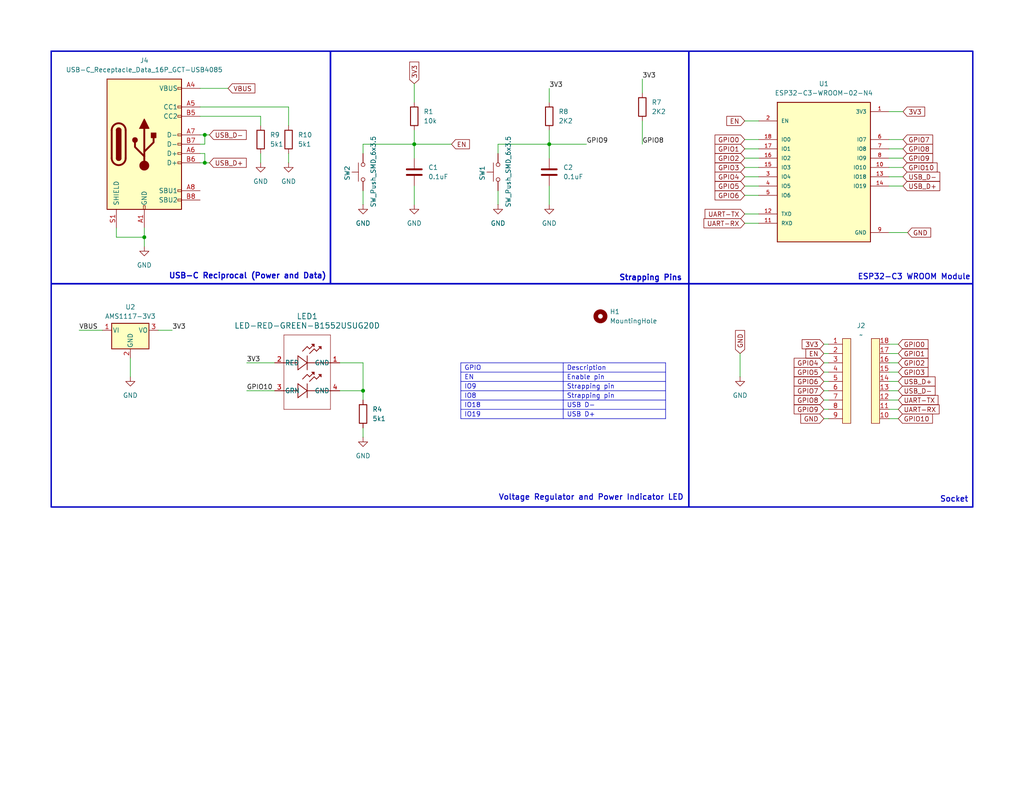
<source format=kicad_sch>
(kicad_sch (version 20250114) (generator "eeschema") (generator_version "9.0")
  (paper "USLetter")
  (title_block (title "ESP32-C3 ZEN DevBoard") (date "2025-06-09") (rev "5.0") (company "Alexander Bobkov"))
  (lib_symbols
    (symbol "Alexander Symbol Library:ESP32-C3-WROOM-02-N4" (pin_names (offset 1.016))
      (property "Reference" "U" (at -12.7 21.082 0))
      (property "Value" "ESP32-C3-WROOM-02-N4" (at -13.208 -19.05 0))
      (symbol "ESP32-C3-WROOM-02-N4_0_0"
        (rectangle (start -12.7 20.32) (end 12.7 -17.78) (stroke (width 0.254)) (fill (type background)))
        (pin input line (at -17.78 15.24 0) (length 5.08) (name "EN") (number "2"))
        (pin bidirectional line (at -17.78 10.16 0) (length 5.08) (name "IO0") (number "18"))
        (pin bidirectional line (at -17.78 7.62 0) (length 5.08) (name "IO1") (number "17"))
        (pin bidirectional line (at -17.78 5.08 0) (length 5.08) (name "IO2") (number "16"))
        (pin bidirectional line (at -17.78 2.54 0) (length 5.08) (name "IO3") (number "15"))
        (pin bidirectional line (at -17.78 0 0) (length 5.08) (name "IO4") (number "3"))
        (pin bidirectional line (at -17.78 -2.54 0) (length 5.08) (name "IO5") (number "4"))
        (pin bidirectional line (at -17.78 -5.08 0) (length 5.08) (name "IO6") (number "5"))
        (pin bidirectional line (at -17.78 -10.16 0) (length 5.08) (name "TXD") (number "12"))
        (pin bidirectional line (at -17.78 -12.7 0) (length 5.08) (name "RXD") (number "11"))
        (pin power_in line (at 17.78 17.78 180) (length 5.08) (name "3V3") (number "1"))
        (pin bidirectional line (at 17.78 10.16 180) (length 5.08) (name "IO7") (number "6"))
        (pin bidirectional line (at 17.78 7.62 180) (length 5.08) (name "IO8") (number "7"))
        (pin bidirectional line (at 17.78 5.08 180) (length 5.08) (name "IO9") (number "8"))
        (pin bidirectional line (at 17.78 2.54 180) (length 5.08) (name "IO10") (number "10"))
        (pin bidirectional line (at 17.78 0 180) (length 5.08) (name "IO18") (number "13"))
        (pin bidirectional line (at 17.78 -2.54 180) (length 5.08) (name "IO19") (number "14"))
        (pin power_in line (at 17.78 -15.24 180) (length 5.08) (hide yes) (name "GND__1") (number "19"))
        (pin power_in line (at 17.78 -15.24 180) (length 5.08) (hide yes) (name "GND__2") (number "20"))
        (pin power_in line (at 17.78 -15.24 180) (length 5.08) (hide yes) (name "GND__3") (number "21"))
        (pin power_in line (at 17.78 -15.24 180) (length 5.08) (hide yes) (name "GND__4") (number "22"))
        (pin power_in line (at 17.78 -15.24 180) (length 5.08) (hide yes) (name "GND__5") (number "23"))
        (pin power_in line (at 17.78 -15.24 180) (length 5.08) (hide yes) (name "GND__6") (number "24"))
        (pin power_in line (at 17.78 -15.24 180) (length 5.08) (hide yes) (name "GND__7") (number "25"))
        (pin power_in line (at 17.78 -15.24 180) (length 5.08) (hide yes) (name "GND__8") (number "26"))
        (pin power_in line (at 17.78 -15.24 180) (length 5.08) (hide yes) (name "GND__9") (number "27"))
        (pin power_in line (at 17.78 -15.24 180) (length 5.08) (hide yes) (name "GND__10") (number "28"))
        (pin power_in line (at 17.78 -15.24 180) (length 5.08) (hide yes) (name "GND__11") (number "29"))
        (pin power_in line (at 17.78 -15.24 180) (length 5.08) (hide yes) (name "GND__12") (number "30"))
        (pin power_in line (at 17.78 -15.24 180) (length 5.08) (hide yes) (name "GND__13") (number "31"))
        (pin power_in line (at 17.78 -15.24 180) (length 5.08) (hide yes) (name "GND__14") (number "32"))
        (pin power_in line (at 17.78 -15.24 180) (length 5.08) (hide yes) (name "GND__15") (number "33"))
        (pin power_in line (at 17.78 -15.24 180) (length 5.08) (hide yes) (name "GND__16") (number "34"))
        (pin power_in line (at 17.78 -15.24 180) (length 5.08) (hide yes) (name "GND__17") (number "35"))
        (pin power_in line (at 17.78 -15.24 180) (length 5.08) (hide yes) (name "GND__18") (number "36"))
        (pin power_in line (at 17.78 -15.24 180) (length 5.08) (hide yes) (name "GND__19") (number "37"))
        (pin power_in line (at 17.78 -15.24 180) (length 5.08) (hide yes) (name "GND__20") (number "38"))
        (pin power_in line (at 17.78 -15.24 180) (length 5.08) (hide yes) (name "GND__21") (number "39"))
        (pin power_in line (at 17.78 -15.24 180) (length 5.08) (name "GND") (number "9"))
      )
    )
    (symbol "Alexander Symbol Library:USB-C_Receptacle_Data_16P_GCT-USB4085" (pin_names (offset 1.016))
      (property "Reference" "J" (at 0 22.225 0))
      (property "Value" "USB-C_Receptacle_Data_16P_GCT-USB4085" (at 0 19.685 0))
      (symbol "USB-C_Receptacle_Data_16P_GCT-USB4085_0_0"
        (rectangle (start -0.254 -17.78) (end 0.254 -16.764))
        (rectangle (start 10.16 15.494) (end 9.144 14.986))
        (rectangle (start 10.16 10.414) (end 9.144 9.906))
        (rectangle (start 10.16 7.874) (end 9.144 7.366))
        (rectangle (start 10.16 2.794) (end 9.144 2.286))
        (rectangle (start 10.16 0.254) (end 9.144 -0.254))
        (rectangle (start 10.16 -2.286) (end 9.144 -2.794))
        (rectangle (start 10.16 -4.826) (end 9.144 -5.334))
        (rectangle (start 10.16 -12.446) (end 9.144 -12.954))
        (rectangle (start 10.16 -14.986) (end 9.144 -15.494))
      )
      (symbol "USB-C_Receptacle_Data_16P_GCT-USB4085_0_1"
        (rectangle (start -10.16 17.78) (end 10.16 -17.78) (stroke (width 0.254)) (fill (type background)))
        (polyline (pts (xy -8.89 -3.81) (xy -8.89 3.81)) (stroke (width 0.508)))
        (rectangle (start -7.62 -3.81) (end -6.35 3.81) (stroke (width 0.254)) (fill (type outline)))
        (arc (start -7.62 3.81) (mid -6.985 4.4423) (end -6.35 3.81) (stroke (width 0.254)))
        (arc (start -7.62 3.81) (mid -6.985 4.4423) (end -6.35 3.81) (stroke (width 0.254)) (fill (type outline)))
        (arc (start -8.89 3.81) (mid -6.985 5.7067) (end -5.08 3.81) (stroke (width 0.508)))
        (arc (start -5.08 -3.81) (mid -6.985 -5.7067) (end -8.89 -3.81) (stroke (width 0.508)))
        (arc (start -6.35 -3.81) (mid -6.985 -4.4423) (end -7.62 -3.81) (stroke (width 0.254)))
        (arc (start -6.35 -3.81) (mid -6.985 -4.4423) (end -7.62 -3.81) (stroke (width 0.254)) (fill (type outline)))
        (polyline (pts (xy -5.08 3.81) (xy -5.08 -3.81)) (stroke (width 0.508)))
        (circle (center -2.54 1.143) (radius 0.635) (stroke (width 0.254)) (fill (type outline)))
        (polyline (pts (xy -1.27 4.318) (xy 0 6.858) (xy 1.27 4.318) (xy -1.27 4.318)) (stroke (width 0.254)) (fill (type outline)))
        (polyline (pts (xy 0 -2.032) (xy 2.54 0.508) (xy 2.54 1.778)) (stroke (width 0.508)))
        (polyline (pts (xy 0 -3.302) (xy -2.54 -0.762) (xy -2.54 0.508)) (stroke (width 0.508)))
        (polyline (pts (xy 0 -5.842) (xy 0 4.318)) (stroke (width 0.508)))
        (circle (center 0 -5.842) (radius 1.27) (fill (type outline)))
        (rectangle (start 1.905 1.778) (end 3.175 3.048) (stroke (width 0.254)) (fill (type outline)))
      )
      (symbol "USB-C_Receptacle_Data_16P_GCT-USB4085_1_1"
        (pin power_in line (at -7.62 -22.86 90) (length 5.08) (name "SHIELD") (number "S1"))
        (pin power_in line (at -7.62 -22.86 90) (length 5.08) (hide yes) (name "SHIELD") (number "S2"))
        (pin power_in line (at -7.62 -22.86 90) (length 5.08) (hide yes) (name "SHIELD") (number "S3"))
        (pin power_in line (at -7.62 -22.86 90) (length 5.08) (hide yes) (name "SHIELD") (number "S4"))
        (pin power_in line (at 0 -22.86 90) (length 5.08) (name "GND") (number "A1"))
        (pin power_in line (at 0 -22.86 90) (length 5.08) (hide yes) (name "GND") (number "A12"))
        (pin power_in line (at 0 -22.86 90) (length 5.08) (hide yes) (name "GND") (number "B1"))
        (pin power_in line (at 0 -22.86 90) (length 5.08) (hide yes) (name "GND") (number "B12"))
        (pin power_out line (at 15.24 15.24 180) (length 5.08) (name "VBUS") (number "A4"))
        (pin power_out line (at 15.24 15.24 180) (length 5.08) (hide yes) (name "VBUS") (number "A9"))
        (pin power_out line (at 15.24 15.24 180) (length 5.08) (hide yes) (name "VBUS") (number "B4"))
        (pin passive line (at 15.24 15.24 180) (length 5.08) (hide yes) (name "VBUS") (number "B9"))
        (pin bidirectional line (at 15.24 10.16 180) (length 5.08) (name "CC1") (number "A5"))
        (pin bidirectional line (at 15.24 7.62 180) (length 5.08) (name "CC2") (number "B5"))
        (pin bidirectional line (at 15.24 2.54 180) (length 5.08) (name "D-") (number "A7"))
        (pin bidirectional line (at 15.24 0 180) (length 5.08) (name "D-") (number "B7"))
        (pin bidirectional line (at 15.24 -2.54 180) (length 5.08) (name "D+") (number "A6"))
        (pin bidirectional line (at 15.24 -5.08 180) (length 5.08) (name "D+") (number "B6"))
        (pin bidirectional line (at 15.24 -12.7 180) (length 5.08) (name "SBU1") (number "A8"))
        (pin bidirectional line (at 15.24 -15.24 180) (length 5.08) (name "SBU2") (number "B8"))
      )
    )
    (symbol "Alexander_Library_Symbols:Conn_ESP32-C3-02x09"
      (property "Reference" "J" (at 0 0 0))
      (symbol "Conn_ESP32-C3-02x09_0_1"
        (rectangle (start -5.08 -2.286) (end -2.794 -25.4) (fill (type background)))
        (rectangle (start 2.794 -2.286) (end 5.08 -25.4) (fill (type background)))
      )
      (symbol "Conn_ESP32-C3-02x09_1_0"
        (pin bidirectional line (at 7.62 -3.81 180) (length 2.54) (name "") (number "18"))
        (pin bidirectional line (at 7.62 -6.35 180) (length 2.54) (name "") (number "17"))
        (pin bidirectional line (at 7.62 -8.89 180) (length 2.54) (name "") (number "16"))
        (pin bidirectional line (at 7.62 -11.43 180) (length 2.54) (name "") (number "15"))
        (pin bidirectional line (at 7.62 -13.97 180) (length 2.54) (name "") (number "14"))
        (pin bidirectional line (at 7.62 -16.51 180) (length 2.54) (name "") (number "13"))
        (pin bidirectional line (at 7.62 -19.05 180) (length 2.54) (name "") (number "12"))
        (pin bidirectional line (at 7.62 -21.59 180) (length 2.54) (name "") (number "11"))
        (pin bidirectional line (at 7.62 -24.13 180) (length 2.54) (name "") (number "10"))
      )
      (symbol "Conn_ESP32-C3-02x09_1_1"
        (pin bidirectional line (at -8.89 -3.81 0) (length 3.81) (name "") (number "1"))
        (pin bidirectional line (at -8.89 -6.35 0) (length 3.81) (name "") (number "2"))
        (pin bidirectional line (at -8.89 -8.89 0) (length 3.81) (name "") (number "3"))
        (pin bidirectional line (at -8.89 -11.43 0) (length 3.81) (name "") (number "4"))
        (pin bidirectional line (at -8.89 -13.97 0) (length 3.81) (name "") (number "5"))
        (pin bidirectional line (at -8.89 -16.51 0) (length 3.81) (name "") (number "6"))
        (pin bidirectional line (at -8.89 -19.05 0) (length 3.81) (name "") (number "7"))
        (pin bidirectional line (at -8.89 -21.59 0) (length 3.81) (name "") (number "8"))
        (pin bidirectional line (at -8.89 -24.13 0) (length 3.81) (name "") (number "9"))
      )
    )
    (symbol "Alexander_Library_Symbols:LED-RED-GREEN-B1552USUG20D" (pin_names (offset 0.254))
      (property "Reference" "LED" (at 8.89 20.955 0))
      (property "Value" "LED-RED-GREEN-B1552USUG20D" (at 8.89 17.78 0))
      (symbol "LED-RED-GREEN-B1552USUG20D_0_1"
        (polyline (pts (xy 2.54 7.62) (xy 2.54 -12.7)) (stroke (width 0.127)))
        (polyline (pts (xy 2.54 0) (xy 6.0198 0)) (stroke (width 0.2032)))
        (polyline (pts (xy 2.54 -7.62) (xy 6.0198 -7.62)) (stroke (width 0.2032)))
        (polyline (pts (xy 2.54 -12.7) (xy 15.24 -12.7)) (stroke (width 0.127)))
        (polyline (pts (xy 5.715 0) (xy 6.35 0)) (stroke (width 0.2032)))
        (polyline (pts (xy 5.715 -7.62) (xy 6.35 -7.62)) (stroke (width 0.2032)))
        (polyline (pts (xy 6.35 1.905) (xy 6.35 -1.905)) (stroke (width 0.2032)))
        (polyline (pts (xy 6.35 -1.905) (xy 8.89 0)) (stroke (width 0.2032)))
        (polyline (pts (xy 6.35 -5.715) (xy 6.35 -9.525)) (stroke (width 0.2032)))
        (polyline (pts (xy 6.35 -9.525) (xy 8.89 -7.62)) (stroke (width 0.2032)))
        (polyline (pts (xy 7.62 3.175) (xy 8.89 4.445)) (stroke (width 0.2032)))
        (polyline (pts (xy 7.62 -4.445) (xy 8.89 -3.175)) (stroke (width 0.2032)))
        (polyline (pts (xy 8.89 4.445) (xy 9.525 3.81)) (stroke (width 0.2032)))
        (polyline (pts (xy 8.89 0) (xy 6.35 1.905)) (stroke (width 0.2032)))
        (polyline (pts (xy 8.89 0) (xy 15.24 0)) (stroke (width 0.2032)))
        (polyline (pts (xy 8.89 -1.905) (xy 8.89 1.905)) (stroke (width 0.2032)))
        (polyline (pts (xy 8.89 -3.175) (xy 9.525 -3.81)) (stroke (width 0.2032)))
        (polyline (pts (xy 8.89 -7.62) (xy 6.35 -5.715)) (stroke (width 0.2032)))
        (polyline (pts (xy 8.89 -7.62) (xy 15.24 -7.62)) (stroke (width 0.2032)))
        (polyline (pts (xy 8.89 -9.525) (xy 8.89 -5.715)) (stroke (width 0.2032)))
        (polyline (pts (xy 9.525 3.81) (xy 10.795 5.08)) (stroke (width 0.2032)))
        (polyline (pts (xy 9.525 2.54) (xy 10.795 3.81)) (stroke (width 0.2032)))
        (polyline (pts (xy 9.525 -3.81) (xy 10.795 -2.54)) (stroke (width 0.2032)))
        (polyline (pts (xy 9.525 -5.08) (xy 10.795 -3.81)) (stroke (width 0.2032)))
        (polyline (pts (xy 10.16 5.08) (xy 10.795 4.445)) (stroke (width 0.2032)))
        (polyline (pts (xy 10.16 -2.54) (xy 10.795 -3.175)) (stroke (width 0.2032)))
        (polyline (pts (xy 10.795 5.08) (xy 10.16 5.08)) (stroke (width 0.2032)))
        (polyline (pts (xy 10.795 4.445) (xy 10.795 5.08)) (stroke (width 0.2032)))
        (polyline (pts (xy 10.795 3.81) (xy 11.43 3.175)) (stroke (width 0.2032)))
        (polyline (pts (xy 10.795 -2.54) (xy 10.16 -2.54)) (stroke (width 0.2032)))
        (polyline (pts (xy 10.795 -3.175) (xy 10.795 -2.54)) (stroke (width 0.2032)))
        (polyline (pts (xy 10.795 -3.81) (xy 11.43 -4.445)) (stroke (width 0.2032)))
        (polyline (pts (xy 11.43 3.175) (xy 12.7 4.445)) (stroke (width 0.2032)))
        (polyline (pts (xy 11.43 -4.445) (xy 12.7 -3.175)) (stroke (width 0.2032)))
        (polyline (pts (xy 12.065 4.445) (xy 12.7 3.81)) (stroke (width 0.2032)))
        (polyline (pts (xy 12.065 -3.175) (xy 12.7 -3.81)) (stroke (width 0.2032)))
        (polyline (pts (xy 12.7 4.445) (xy 12.065 4.445)) (stroke (width 0.2032)))
        (polyline (pts (xy 12.7 3.81) (xy 12.7 4.445)) (stroke (width 0.2032)))
        (polyline (pts (xy 12.7 -3.175) (xy 12.065 -3.175)) (stroke (width 0.2032)))
        (polyline (pts (xy 12.7 -3.81) (xy 12.7 -3.175)) (stroke (width 0.2032)))
        (polyline (pts (xy 15.24 7.62) (xy 2.54 7.62)) (stroke (width 0.127)))
        (polyline (pts (xy 15.24 -12.7) (xy 15.24 7.62)) (stroke (width 0.127)))
        (pin power_out line (at 0 0 0) (length 2.54) (name "RED") (number "2"))
        (pin power_in line (at 0 -7.62 0) (length 2.54) (name "GRN") (number "3"))
        (pin power_in line (at 17.78 0 180) (length 2.54) (name "GND") (number "1"))
        (pin power_out line (at 17.78 -7.62 180) (length 2.54) (name "GND") (number "4"))
      )
    )
    (symbol "Alexander_Library_Symbols:SW_Push_SMD_6x3.5" (pin_numbers (hide yes)) (pin_names (offset 1.016) (hide yes))
      (property "Reference" "SW" (at 1.27 2.54 0))
      (property "Value" "SW_Push_SMD_6x3.5" (at 0 -1.524 0))
      (symbol "SW_Push_SMD_6x3.5_0_1"
        (circle (center -2.032 0) (radius 0.508))
        (polyline (pts (xy 0 1.27) (xy 0 3.048)))
        (circle (center 2.032 0) (radius 0.508))
        (polyline (pts (xy 2.54 1.27) (xy -2.54 1.27)))
        (pin passive line (at -5.08 0 0) (length 2.54) (name "1") (number "1"))
        (pin passive line (at 5.08 0 180) (length 2.54) (name "2") (number "2"))
      )
    )
    (symbol "Device:C" (pin_numbers (hide yes)) (pin_names (offset 0.254))
      (property "Reference" "C" (at 0.635 2.54 0))
      (property "Value" "C" (at 0.635 -2.54 0))
      (symbol "C_0_1"
        (polyline (pts (xy -2.032 0.762) (xy 2.032 0.762)) (stroke (width 0.508)))
        (polyline (pts (xy -2.032 -0.762) (xy 2.032 -0.762)) (stroke (width 0.508)))
      )
      (symbol "C_1_1"
        (pin passive line (at 0 3.81 270) (length 2.794) (name "~") (number "1"))
        (pin passive line (at 0 -3.81 90) (length 2.794) (name "~") (number "2"))
      )
    )
    (symbol "Device:R" (pin_numbers (hide yes)) (pin_names (offset 0))
      (property "Reference" "R" (at 2.032 0 90))
      (property "Value" "R" (at 0 0 90))
      (symbol "R_0_1"
        (rectangle (start -1.016 -2.54) (end 1.016 2.54) (stroke (width 0.254)))
      )
      (symbol "R_1_1"
        (pin passive line (at 0 3.81 270) (length 1.27) (name "~") (number "1"))
        (pin passive line (at 0 -3.81 90) (length 1.27) (name "~") (number "2"))
      )
    )
    (symbol "Mechanical:MountingHole" (pin_names (offset 1.016))
      (property "Reference" "H" (at 0 5.08 0))
      (property "Value" "MountingHole" (at 0 3.175 0))
      (symbol "MountingHole_0_1"
        (circle (center 0 0) (radius 1.27) (stroke (width 1.27)))
      )
    )
    (symbol "Regulator_Linear:LM78M05_TO220" (pin_names (offset 0.254))
      (property "Reference" "U" (at -3.81 3.175 0))
      (property "Value" "LM78M05_TO220" (at 0 3.175 0))
      (symbol "LM78M05_TO220_0_1"
        (rectangle (start -5.08 1.905) (end 5.08 -5.08) (stroke (width 0.254)) (fill (type background)))
      )
      (symbol "LM78M05_TO220_1_1"
        (pin power_in line (at -7.62 0 0) (length 2.54) (name "VI") (number "1"))
        (pin power_in line (at 0 -7.62 90) (length 2.54) (name "GND") (number "2"))
        (pin power_out line (at 7.62 0 180) (length 2.54) (name "VO") (number "3"))
      )
    )
    (symbol "power:GND" (power) (pin_numbers (hide yes)) (pin_names (offset 0) (hide yes))
      (property "Value" "GND" (at 0 -3.81 0))
      (symbol "GND_0_1"
        (polyline (pts (xy 0 0) (xy 0 -1.27) (xy 1.27 -1.27) (xy 0 -2.54) (xy -1.27 -1.27) (xy 0 -1.27)))
      )
      (symbol "GND_1_1"
        (pin power_in line (at 0 0 270) (length 0) (name "~") (number "1"))
      )
    )
  )
  (rectangle (start 13.97 13.97) (end 90.17 77.47) (stroke (width 0.381)))
  (rectangle (start 187.96 13.97) (end 265.43 77.47) (stroke (width 0.381)))
  (rectangle (start 187.96 77.47) (end 265.43 138.43) (stroke (width 0.381)))
  (rectangle (start 13.97 77.47) (end 187.96 138.43) (stroke (width 0.381)))
  (rectangle (start 90.17 13.97) (end 187.96 77.47) (stroke (width 0.381)))
  (text "ESP32-C3 WROOM Module" (at 249.428 75.692 0) (effects (font (size 1.524 1.524) (thickness 0.254) (bold yes))))
  (text "Strapping Pins" (at 186.182 75.946 0) (effects (font (size 1.524 1.524) (thickness 0.3048) (bold yes)) (justify right)))
  (text "Voltage Regulator and Power Indicator LED" (at 161.29 135.89 0) (effects (font (size 1.524 1.524) (thickness 0.254) (bold yes))))
  (text "Socket" (at 260.35 136.398 0) (effects (font (size 1.524 1.524) (thickness 0.254) (bold yes))))
  (text "USB-C Reciprocal (Power and Data)" (at 67.564 75.438 0) (effects (font (size 1.524 1.524) (thickness 0.3048) (bold yes))))
  (junction (at 99.06 106.68))
  (junction (at 55.88 36.83))
  (junction (at 39.37 64.77))
  (junction (at 149.86 39.37))
  (junction (at 113.03 39.37))
  (junction (at 55.88 44.45))
  (wire (pts (xy 54.61 31.75) (xy 71.12 31.75)))
  (wire (pts (xy 242.57 111.76) (xy 245.11 111.76)))
  (wire (pts (xy 224.79 93.98) (xy 226.06 93.98)))
  (wire (pts (xy 224.79 104.14) (xy 226.06 104.14)))
  (wire (pts (xy 35.56 97.79) (xy 35.56 102.87)))
  (wire (pts (xy 92.71 99.06) (xy 99.06 99.06)))
  (wire (pts (xy 99.06 41.91) (xy 99.06 39.37)))
  (wire (pts (xy 149.86 24.13) (xy 149.86 27.94)))
  (wire (pts (xy 135.89 52.07) (xy 135.89 55.88)))
  (wire (pts (xy 242.57 104.14) (xy 245.11 104.14)))
  (wire (pts (xy 31.75 62.23) (xy 31.75 64.77)))
  (wire (pts (xy 224.79 96.52) (xy 226.06 96.52)))
  (wire (pts (xy 54.61 41.91) (xy 55.88 41.91)))
  (wire (pts (xy 242.57 45.72) (xy 246.38 45.72)))
  (wire (pts (xy 203.2 48.26) (xy 207.01 48.26)))
  (wire (pts (xy 242.57 93.98) (xy 245.11 93.98)))
  (wire (pts (xy 203.2 40.64) (xy 207.01 40.64)))
  (wire (pts (xy 99.06 99.06) (xy 99.06 106.68)))
  (wire (pts (xy 203.2 53.34) (xy 207.01 53.34)))
  (wire (pts (xy 201.93 96.52) (xy 201.93 102.87)))
  (wire (pts (xy 55.88 44.45) (xy 57.15 44.45)))
  (wire (pts (xy 99.06 116.84) (xy 99.06 119.38)))
  (wire (pts (xy 242.57 99.06) (xy 245.11 99.06)))
  (wire (pts (xy 21.59 90.17) (xy 27.94 90.17)))
  (wire (pts (xy 149.86 35.56) (xy 149.86 39.37)))
  (wire (pts (xy 175.26 21.59) (xy 175.26 25.4)))
  (wire (pts (xy 203.2 38.1) (xy 207.01 38.1)))
  (wire (pts (xy 224.79 114.3) (xy 226.06 114.3)))
  (wire (pts (xy 113.03 39.37) (xy 113.03 35.56)))
  (wire (pts (xy 203.2 50.8) (xy 207.01 50.8)))
  (wire (pts (xy 54.61 24.13) (xy 62.23 24.13)))
  (wire (pts (xy 78.74 29.21) (xy 78.74 34.29)))
  (wire (pts (xy 203.2 58.42) (xy 207.01 58.42)))
  (wire (pts (xy 55.88 39.37) (xy 55.88 36.83)))
  (wire (pts (xy 54.61 39.37) (xy 55.88 39.37)))
  (wire (pts (xy 67.31 106.68) (xy 74.93 106.68)))
  (wire (pts (xy 113.03 22.86) (xy 113.03 27.94)))
  (wire (pts (xy 242.57 50.8) (xy 246.38 50.8)))
  (wire (pts (xy 113.03 39.37) (xy 123.19 39.37)))
  (wire (pts (xy 99.06 106.68) (xy 99.06 109.22)))
  (wire (pts (xy 242.57 30.48) (xy 246.38 30.48)))
  (wire (pts (xy 78.74 41.91) (xy 78.74 44.45)))
  (wire (pts (xy 242.57 38.1) (xy 246.38 38.1)))
  (wire (pts (xy 135.89 39.37) (xy 149.86 39.37)))
  (wire (pts (xy 242.57 63.5) (xy 247.65 63.5)))
  (wire (pts (xy 99.06 39.37) (xy 113.03 39.37)))
  (wire (pts (xy 54.61 29.21) (xy 78.74 29.21)))
  (wire (pts (xy 55.88 41.91) (xy 55.88 44.45)))
  (wire (pts (xy 224.79 99.06) (xy 226.06 99.06)))
  (wire (pts (xy 149.86 39.37) (xy 149.86 43.18)))
  (wire (pts (xy 242.57 101.6) (xy 245.11 101.6)))
  (wire (pts (xy 224.79 109.22) (xy 226.06 109.22)))
  (wire (pts (xy 242.57 40.64) (xy 246.38 40.64)))
  (wire (pts (xy 242.57 43.18) (xy 246.38 43.18)))
  (wire (pts (xy 99.06 52.07) (xy 99.06 55.88)))
  (wire (pts (xy 31.75 64.77) (xy 39.37 64.77)))
  (wire (pts (xy 54.61 44.45) (xy 55.88 44.45)))
  (wire (pts (xy 135.89 41.91) (xy 135.89 39.37)))
  (wire (pts (xy 224.79 111.76) (xy 226.06 111.76)))
  (wire (pts (xy 203.2 43.18) (xy 207.01 43.18)))
  (wire (pts (xy 203.2 45.72) (xy 207.01 45.72)))
  (wire (pts (xy 242.57 114.3) (xy 245.11 114.3)))
  (wire (pts (xy 39.37 62.23) (xy 39.37 64.77)))
  (wire (pts (xy 54.61 36.83) (xy 55.88 36.83)))
  (wire (pts (xy 149.86 39.37) (xy 160.02 39.37)))
  (wire (pts (xy 43.18 90.17) (xy 46.99 90.17)))
  (wire (pts (xy 224.79 101.6) (xy 226.06 101.6)))
  (wire (pts (xy 224.79 106.68) (xy 226.06 106.68)))
  (wire (pts (xy 242.57 106.68) (xy 245.11 106.68)))
  (wire (pts (xy 242.57 109.22) (xy 245.11 109.22)))
  (wire (pts (xy 242.57 48.26) (xy 246.38 48.26)))
  (wire (pts (xy 67.31 99.06) (xy 74.93 99.06)))
  (wire (pts (xy 113.03 50.8) (xy 113.03 55.88)))
  (wire (pts (xy 92.71 106.68) (xy 99.06 106.68)))
  (wire (pts (xy 113.03 39.37) (xy 113.03 43.18)))
  (wire (pts (xy 203.2 60.96) (xy 207.01 60.96)))
  (wire (pts (xy 55.88 36.83) (xy 57.15 36.83)))
  (wire (pts (xy 242.57 96.52) (xy 245.11 96.52)))
  (wire (pts (xy 39.37 64.77) (xy 39.37 67.31)))
  (wire (pts (xy 175.26 33.02) (xy 175.26 39.37)))
  (wire (pts (xy 203.2 33.02) (xy 207.01 33.02)))
  (wire (pts (xy 71.12 41.91) (xy 71.12 44.45)))
  (wire (pts (xy 149.86 50.8) (xy 149.86 55.88)))
  (wire (pts (xy 71.12 31.75) (xy 71.12 34.29)))
  (table (column_count 2) (border (external yes) (header yes)) (separators (rows yes) (cols yes)) (column_widths 27.94 27.94) (row_heights 2.54 2.54 2.54 2.54 2.54 2.54) (cells (table_cell "GPIO" (at 125.73 99.06 0) (size 27.94 2.54) (margins 0.9525 0.9525 0.9525 0.9525) (span 1 1)) (table_cell "Description" (at 153.67 99.06 0) (size 27.94 2.54) (margins 0.9525 0.9525 0.9525 0.9525) (span 1 1)) (table_cell "EN" (at 125.73 101.6 0) (size 27.94 2.54) (margins 0.9525 0.9525 0.9525 0.9525) (span 1 1)) (table_cell "Enable pin" (at 153.67 101.6 0) (size 27.94 2.54) (margins 0.9525 0.9525 0.9525 0.9525) (span 1 1)) (table_cell "IO9" (at 125.73 104.14 0) (size 27.94 2.54) (margins 0.9525 0.9525 0.9525 0.9525) (span 1 1)) (table_cell "Strapping pin" (at 153.67 104.14 0) (size 27.94 2.54) (margins 0.9525 0.9525 0.9525 0.9525) (span 1 1)) (table_cell "IO8" (at 125.73 106.68 0) (size 27.94 2.54) (margins 0.9525 0.9525 0.9525 0.9525) (span 1 1)) (table_cell "Strapping pin" (at 153.67 106.68 0) (size 27.94 2.54) (margins 0.9525 0.9525 0.9525 0.9525) (span 1 1)) (table_cell "IO18" (at 125.73 109.22 0) (size 27.94 2.54) (margins 0.9525 0.9525 0.9525 0.9525) (span 1 1)) (table_cell "USB D-" (at 153.67 109.22 0) (size 27.94 2.54) (margins 0.9525 0.9525 0.9525 0.9525) (span 1 1)) (table_cell "IO19" (at 125.73 111.76 0) (size 27.94 2.54) (margins 0.9525 0.9525 0.9525 0.9525) (span 1 1)) (table_cell "USB D+" (at 153.67 111.76 0) (size 27.94 2.54) (margins 0.9525 0.9525 0.9525 0.9525) (span 1 1))))
  (label "3V3" (at 175.26 21.59 0))
  (label "3V3" (at 67.31 99.06 0))
  (label "GPIO10" (at 67.31 106.68 0))
  (label "3V3" (at 149.86 24.13 0))
  (label "VBUS" (at 21.59 90.17 0))
  (label "GPIO8" (at 175.26 39.37 0))
  (label "GPIO9" (at 160.02 39.37 0))
  (label "3V3" (at 46.99 90.17 0))
  (global_label "USB_D-" (shape input) (at 245.11 106.68 0) (property "Intersheetrefs" "${INTERSHEET_REFS}" (effects (hide yes))))
  (global_label "GPIO0" (shape input) (at 245.11 93.98 0) (property "Intersheetrefs" "${INTERSHEET_REFS}" (effects (hide yes))))
  (global_label "GPIO8" (shape input) (at 224.79 109.22 180) (property "Intersheetrefs" "${INTERSHEET_REFS}" (effects (hide yes))))
  (global_label "GPIO6" (shape input) (at 224.79 104.14 180) (property "Intersheetrefs" "${INTERSHEET_REFS}" (effects (hide yes))))
  (global_label "GPIO9" (shape input) (at 246.38 43.18 0) (property "Intersheetrefs" "${INTERSHEET_REFS}" (effects (hide yes))))
  (global_label "GPIO2" (shape input) (at 203.2 43.18 180) (property "Intersheetrefs" "${INTERSHEET_REFS}" (effects (hide yes))))
  (global_label "EN" (shape input) (at 203.2 33.02 180) (property "Intersheetrefs" "${INTERSHEET_REFS}" (effects (hide yes))))
  (global_label "GPIO0" (shape input) (at 203.2 38.1 180) (property "Intersheetrefs" "${INTERSHEET_REFS}" (effects (hide yes))))
  (global_label "3V3" (shape input) (at 224.79 93.98 180) (property "Intersheetrefs" "${INTERSHEET_REFS}" (effects (hide yes))))
  (global_label "3V3" (shape input) (at 113.03 22.86 90) (property "Intersheetrefs" "${INTERSHEET_REFS}" (effects (hide yes))))
  (global_label "GND" (shape input) (at 247.65 63.5 0) (property "Intersheetrefs" "${INTERSHEET_REFS}" (effects (hide yes))))
  (global_label "USB_D-" (shape input) (at 57.15 36.83 0) (property "Intersheetrefs" "${INTERSHEET_REFS}" (effects (hide yes))))
  (global_label "EN" (shape input) (at 224.79 96.52 180) (property "Intersheetrefs" "${INTERSHEET_REFS}" (effects (hide yes))))
  (global_label "USB_D+" (shape input) (at 245.11 104.14 0) (property "Intersheetrefs" "${INTERSHEET_REFS}" (effects (hide yes))))
  (global_label "GPIO8" (shape input) (at 246.38 40.64 0) (property "Intersheetrefs" "${INTERSHEET_REFS}" (effects (hide yes))))
  (global_label "GPIO10" (shape input) (at 246.38 45.72 0) (property "Intersheetrefs" "${INTERSHEET_REFS}" (effects (hide yes))))
  (global_label "GPIO9" (shape input) (at 224.79 111.76 180) (property "Intersheetrefs" "${INTERSHEET_REFS}" (effects (hide yes))))
  (global_label "GPIO1" (shape input) (at 203.2 40.64 180) (property "Intersheetrefs" "${INTERSHEET_REFS}" (effects (hide yes))))
  (global_label "GPIO7" (shape input) (at 224.79 106.68 180) (property "Intersheetrefs" "${INTERSHEET_REFS}" (effects (hide yes))))
  (global_label "GPIO4" (shape input) (at 203.2 48.26 180) (property "Intersheetrefs" "${INTERSHEET_REFS}" (effects (hide yes))))
  (global_label "GPIO3" (shape input) (at 203.2 45.72 180) (property "Intersheetrefs" "${INTERSHEET_REFS}" (effects (hide yes))))
  (global_label "GPIO10" (shape input) (at 245.11 114.3 0) (property "Intersheetrefs" "${INTERSHEET_REFS}" (effects (hide yes))))
  (global_label "EN" (shape input) (at 123.19 39.37 0) (property "Intersheetrefs" "${INTERSHEET_REFS}" (effects (hide yes))))
  (global_label "USB_D+" (shape input) (at 57.15 44.45 0) (property "Intersheetrefs" "${INTERSHEET_REFS}" (effects (hide yes))))
  (global_label "USB_D+" (shape input) (at 246.38 50.8 0) (property "Intersheetrefs" "${INTERSHEET_REFS}" (effects (hide yes))))
  (global_label "GPIO5" (shape input) (at 224.79 101.6 180) (property "Intersheetrefs" "${INTERSHEET_REFS}" (effects (hide yes))))
  (global_label "UART-RX" (shape input) (at 203.2 60.96 180) (property "Intersheetrefs" "${INTERSHEET_REFS}" (effects (hide yes))))
  (global_label "UART-TX" (shape input) (at 203.2 58.42 180) (property "Intersheetrefs" "${INTERSHEET_REFS}" (effects (hide yes))))
  (global_label "UART-RX" (shape input) (at 245.11 111.76 0) (property "Intersheetrefs" "${INTERSHEET_REFS}" (effects (hide yes))))
  (global_label "GPIO5" (shape input) (at 203.2 50.8 180) (property "Intersheetrefs" "${INTERSHEET_REFS}" (effects (hide yes))))
  (global_label "USB_D-" (shape input) (at 246.38 48.26 0) (property "Intersheetrefs" "${INTERSHEET_REFS}" (effects (hide yes))))
  (global_label "VBUS" (shape input) (at 62.23 24.13 0) (property "Intersheetrefs" "${INTERSHEET_REFS}" (effects (hide yes))))
  (global_label "GND" (shape input) (at 201.93 96.52 90) (property "Intersheetrefs" "${INTERSHEET_REFS}" (effects (hide yes))))
  (global_label "GPIO1" (shape input) (at 245.11 96.52 0) (property "Intersheetrefs" "${INTERSHEET_REFS}" (effects (hide yes))))
  (global_label "GPIO6" (shape input) (at 203.2 53.34 180) (property "Intersheetrefs" "${INTERSHEET_REFS}" (effects (hide yes))))
  (global_label "GPIO3" (shape input) (at 245.11 101.6 0) (property "Intersheetrefs" "${INTERSHEET_REFS}" (effects (hide yes))))
  (global_label "GPIO4" (shape input) (at 224.79 99.06 180) (property "Intersheetrefs" "${INTERSHEET_REFS}" (effects (hide yes))))
  (global_label "GND" (shape input) (at 224.79 114.3 180) (property "Intersheetrefs" "${INTERSHEET_REFS}" (effects (hide yes))))
  (global_label "GPIO2" (shape input) (at 245.11 99.06 0) (property "Intersheetrefs" "${INTERSHEET_REFS}" (effects (hide yes))))
  (global_label "GPIO7" (shape input) (at 246.38 38.1 0) (property "Intersheetrefs" "${INTERSHEET_REFS}" (effects (hide yes))))
  (global_label "3V3" (shape input) (at 246.38 30.48 0) (property "Intersheetrefs" "${INTERSHEET_REFS}" (effects (hide yes))))
  (global_label "UART-TX" (shape input) (at 245.11 109.22 0) (property "Intersheetrefs" "${INTERSHEET_REFS}" (effects (hide yes))))
  (symbol (lib_id "Alexander_Library_Symbols:Conn_ESP32-C3-02x09") (at 234.95 90.17 0) (unit 1)
    (property "Reference" "J2" (at 234.95 88.9 0))
    (property "Value" "~" (at 234.95 91.44 0))
    (property "Footprint" "Alexander Footprint Library:Conn_ESP32-C3-WROOM-02" (effects (hide yes)))
  )
  (symbol (lib_id "Device:C") (at 149.86 46.99 0) (unit 1) (on_board no)
    (property "Reference" "C2" (at 153.67 45.7199 0) (effects (justify left)))
    (property "Value" "0.1uF" (at 153.67 48.2599 0) (effects (justify left)))
    (property "Footprint" "Resistor_SMD:R_0612_1632Metric_Pad1.18x3.40mm_HandSolder" (effects (hide yes)))
    (property "Description" "Unpolarized capacitor" (effects (hide yes)))
  )
  (symbol (lib_id "power:GND") (at 39.37 67.31 0) (unit 1)
    (property "Reference" "#PWR015" (effects (hide yes)))
    (property "Value" "GND" (at 39.37 72.39 0))
    (property "Description" "Power symbol creates a global label with name \"GND\" , ground" (effects (hide yes)))
  )
  (symbol (lib_id "Device:R") (at 113.03 31.75 0) (unit 1)
    (property "Reference" "R1" (at 115.57 30.4799 0) (effects (justify left)))
    (property "Value" "10k" (at 115.57 33.0199 0) (effects (justify left)))
    (property "Footprint" "Resistor_SMD:R_1206_3216Metric_Pad1.30x1.75mm_HandSolder" (effects (hide yes)))
    (property "Description" "Resistor" (effects (hide yes)))
  )
  (symbol (lib_id "power:GND") (at 99.06 55.88 0) (unit 1)
    (property "Reference" "#PWR08" (effects (hide yes)))
    (property "Value" "GND" (at 99.06 60.96 0))
    (property "Description" "Power symbol creates a global label with name \"GND\" , ground" (effects (hide yes)))
  )
  (symbol (lib_id "power:GND") (at 78.74 44.45 0) (unit 1)
    (property "Reference" "#PWR014" (effects (hide yes)))
    (property "Value" "GND" (at 78.74 49.53 0))
    (property "Description" "Power symbol creates a global label with name \"GND\" , ground" (effects (hide yes)))
  )
  (symbol (lib_id "power:GND") (at 149.86 55.88 0) (unit 1)
    (property "Reference" "#PWR012" (effects (hide yes)))
    (property "Value" "GND" (at 149.86 60.96 0))
    (property "Description" "Power symbol creates a global label with name \"GND\" , ground" (effects (hide yes)))
  )
  (symbol (lib_id "Alexander Symbol Library:ESP32-C3-WROOM-02-N4") (at 224.79 48.26 0) (unit 1)
    (property "Reference" "U1" (at 224.79 22.86 0))
    (property "Value" "ESP32-C3-WROOM-02-N4" (at 224.79 25.4 0))
    (property "Footprint" "Alexander Footprint Library:ESP32-C3-WROOM-02-H4" (effects (hide yes)))
    (property "MP" "ESP32-C3-WROOM-02-H4" (effects (hide yes)))
  )
  (symbol (lib_id "power:GND") (at 113.03 55.88 0) (unit 1)
    (property "Reference" "#PWR07" (effects (hide yes)))
    (property "Value" "GND" (at 113.03 60.96 0))
    (property "Description" "Power symbol creates a global label with name \"GND\" , ground" (effects (hide yes)))
  )
  (symbol (lib_id "Device:R") (at 99.06 113.03 180) (unit 1)
    (property "Reference" "R4" (at 101.6 111.7599 0) (effects (justify right)))
    (property "Value" "5k1" (at 101.6 114.2999 0) (effects (justify right)))
    (property "Footprint" "Resistor_SMD:R_1206_3216Metric_Pad1.30x1.75mm_HandSolder" (effects (hide yes)))
    (property "Description" "Resistor" (effects (hide yes)))
  )
  (symbol (lib_id "Alexander Symbol Library:USB-C_Receptacle_Data_16P_GCT-USB4085") (at 39.37 39.37 0) (unit 1)
    (property "Reference" "J4" (at 39.37 16.51 0))
    (property "Value" "USB-C_Receptacle_Data_16P_GCT-USB4085" (at 39.37 19.05 0))
    (property "Footprint" "Alexander Footprint Library:USB-C GCT CONN16_USB4085-GF-A" (effects (hide yes)))
  )
  (symbol (lib_id "Regulator_Linear:LM78M05_TO220") (at 35.56 90.17 0) (unit 1)
    (property "Reference" "U2" (at 35.56 83.82 0))
    (property "Value" "AMS1117-3V3" (at 35.56 86.36 0))
    (property "Footprint" "Package_TO_SOT_SMD:SOT-223-3_TabPin2" (effects (hide yes)))
    (property "Datasheet" "https://www.onsemi.com/pub/Collateral/MC78M00-D.PDF" (effects (hide yes)))
  )
  (symbol (lib_id "Alexander_Library_Symbols:SW_Push_SMD_6x3.5") (at 99.06 46.99 90) (unit 1)
    (property "Reference" "SW2" (at 94.742 45.212 0) (effects (justify right)))
    (property "Value" "SW_Push_SMD_6x3.5" (at 101.854 37.084 0) (effects (justify right)))
    (property "Footprint" "Alexander Footprint Library:SW_PUSH_6x3.5mm" (effects (hide yes)))
  )
  (symbol (lib_id "Device:R") (at 149.86 31.75 0) (unit 1)
    (property "Reference" "R8" (at 152.4 30.4799 0) (effects (justify left)))
    (property "Value" "2K2" (at 152.4 33.0199 0) (effects (justify left)))
    (property "Footprint" "Resistor_SMD:R_1206_3216Metric_Pad1.30x1.75mm_HandSolder" (effects (hide yes)))
    (property "Description" "Resistor" (effects (hide yes)))
  )
  (symbol (lib_id "power:GND") (at 201.93 102.87 0) (unit 1)
    (property "Reference" "#PWR01" (effects (hide yes)))
    (property "Value" "GND" (at 201.93 107.95 0))
    (property "Description" "Power symbol creates a global label with name \"GND\" , ground" (effects (hide yes)))
  )
  (symbol (lib_id "Device:R") (at 78.74 38.1 180) (unit 1)
    (property "Reference" "R10" (at 81.28 36.8299 0) (effects (justify right)))
    (property "Value" "5k1" (at 81.28 39.3699 0) (effects (justify right)))
    (property "Footprint" "Resistor_SMD:R_1206_3216Metric_Pad1.30x1.75mm_HandSolder" (effects (hide yes)))
    (property "Description" "Resistor" (effects (hide yes)))
  )
  (symbol (lib_id "Alexander_Library_Symbols:LED-RED-GREEN-B1552USUG20D") (at 74.93 99.06 0) (unit 1)
    (property "Reference" "LED1" (at 83.82 86.36 0) (effects (font (size 1.524 1.524))))
    (property "Value" "LED-RED-GREEN-B1552USUG20D" (at 83.82 88.9 0) (effects (font (size 1.524 1.524))))
    (property "Footprint" "Alexander Footprint Library:B1552_HVK-M" (effects (hide yes)))
    (property "Datasheet" "B1552USUG20D000113U1930" (effects (hide yes)))
  )
  (symbol (lib_id "power:GND") (at 35.56 102.87 0) (unit 1)
    (property "Reference" "#PWR02" (effects (hide yes)))
    (property "Value" "GND" (at 35.56 107.95 0))
    (property "Description" "Power symbol creates a global label with name \"GND\" , ground" (effects (hide yes)))
  )
  (symbol (lib_id "power:GND") (at 99.06 119.38 0) (unit 1)
    (property "Reference" "#PWR03" (effects (hide yes)))
    (property "Value" "GND" (at 99.06 124.46 0))
    (property "Description" "Power symbol creates a global label with name \"GND\" , ground" (effects (hide yes)))
  )
  (symbol (lib_id "Device:R") (at 71.12 38.1 180) (unit 1)
    (property "Reference" "R9" (at 73.66 36.8299 0) (effects (justify right)))
    (property "Value" "5k1" (at 73.66 39.3699 0) (effects (justify right)))
    (property "Footprint" "Resistor_SMD:R_1206_3216Metric_Pad1.30x1.75mm_HandSolder" (effects (hide yes)))
    (property "Description" "Resistor" (effects (hide yes)))
  )
  (symbol (lib_id "power:GND") (at 71.12 44.45 0) (unit 1)
    (property "Reference" "#PWR013" (effects (hide yes)))
    (property "Value" "GND" (at 71.12 49.53 0))
    (property "Description" "Power symbol creates a global label with name \"GND\" , ground" (effects (hide yes)))
  )
  (symbol (lib_id "Device:R") (at 175.26 29.21 0) (unit 1)
    (property "Reference" "R7" (at 177.8 27.9399 0) (effects (justify left)))
    (property "Value" "2K2" (at 177.8 30.4799 0) (effects (justify left)))
    (property "Footprint" "Resistor_SMD:R_1206_3216Metric_Pad1.30x1.75mm_HandSolder" (effects (hide yes)))
    (property "Description" "Resistor" (effects (hide yes)))
  )
  (symbol (lib_id "Device:C") (at 113.03 46.99 0) (unit 1) (on_board no)
    (property "Reference" "C1" (at 116.84 45.7199 0) (effects (justify left)))
    (property "Value" "0.1uF" (at 116.84 48.2599 0) (effects (justify left)))
    (property "Footprint" "Resistor_SMD:R_0612_1632Metric_Pad1.18x3.40mm_HandSolder" (effects (hide yes)))
    (property "Description" "Unpolarized capacitor" (effects (hide yes)))
  )
  (symbol (lib_id "Alexander_Library_Symbols:SW_Push_SMD_6x3.5") (at 135.89 46.99 90) (unit 1)
    (property "Reference" "SW1" (at 131.572 45.212 0) (effects (justify right)))
    (property "Value" "SW_Push_SMD_6x3.5" (at 138.684 37.084 0) (effects (justify right)))
    (property "Footprint" "Alexander Footprint Library:SW_PUSH_6x3.5mm" (effects (hide yes)))
  )
  (symbol (lib_id "Mechanical:MountingHole") (at 163.83 86.36 0) (unit 1)
    (property "Reference" "H1" (at 166.37 85.0899 0) (effects (justify left)))
    (property "Value" "MountingHole" (at 166.37 87.6299 0) (effects (justify left)))
    (property "Description" "Mounting Hole without connection" (effects (hide yes)))
  )
  (symbol (lib_id "power:GND") (at 135.89 55.88 0) (unit 1)
    (property "Reference" "#PWR011" (effects (hide yes)))
    (property "Value" "GND" (at 135.89 60.96 0))
    (property "Description" "Power symbol creates a global label with name \"GND\" , ground" (effects (hide yes)))
  )
)
</source>
